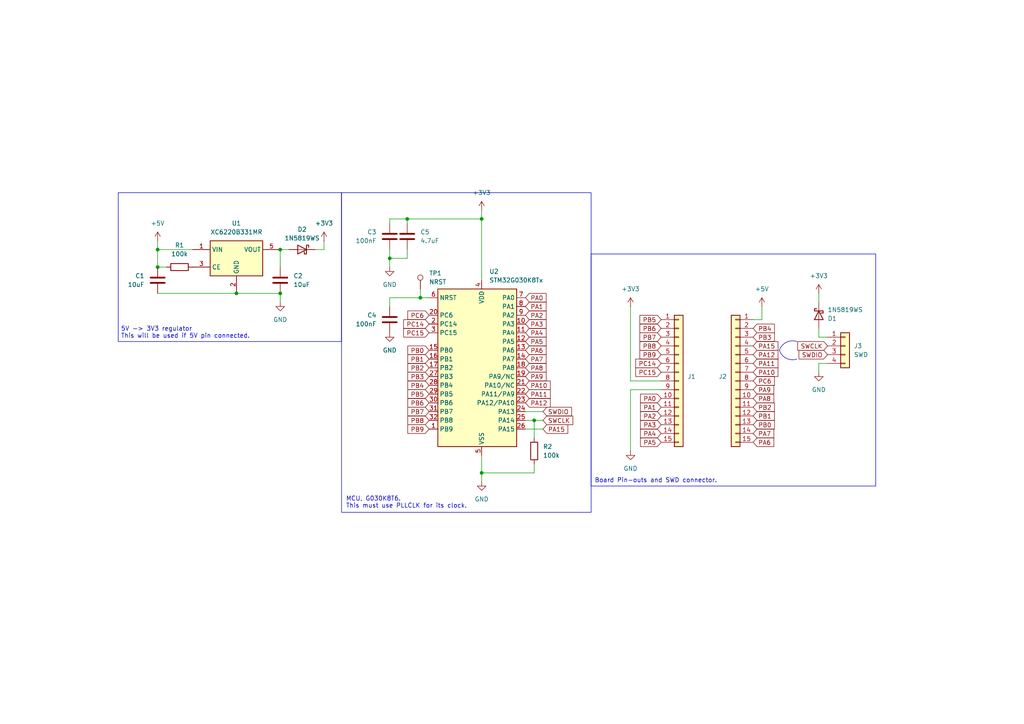
<source format=kicad_sch>
(kicad_sch (version 20231120) (generator "eeschema") (generator_version "8.0")
  (paper "A4")
  (lib_symbols
    (symbol "Connector:TestPoint" (pin_numbers hide) (pin_names (offset 0.762) hide)
      (property "Reference" "TP" (at 0 6.858 0))
      (property "Value" "TestPoint" (at 0 5.08 0))
      (symbol "TestPoint_0_1"
        (circle (center 0 3.302) (radius 0.762))
      )
      (symbol "TestPoint_1_1"
        (pin passive line (at 0 0 90) (length 2.54) (name "1") (number "1"))
      )
    )
    (symbol "Connector_Generic:Conn_01x04" (pin_names (offset 1.016) hide)
      (property "Reference" "J" (at 0 5.08 0))
      (property "Value" "Conn_01x04" (at 0 -7.62 0))
      (symbol "Conn_01x04_1_1"
        (rectangle (start -1.27 -4.953) (end 0 -5.207) (stroke (width 0.1524)))
        (rectangle (start -1.27 -2.413) (end 0 -2.667) (stroke (width 0.1524)))
        (rectangle (start -1.27 0.127) (end 0 -0.127) (stroke (width 0.1524)))
        (rectangle (start -1.27 2.667) (end 0 2.413) (stroke (width 0.1524)))
        (rectangle (start -1.27 3.81) (end 1.27 -6.35) (stroke (width 0.254)) (fill (type background)))
        (pin passive line (at -5.08 2.54 0) (length 3.81) (name "Pin_1") (number "1"))
        (pin passive line (at -5.08 0 0) (length 3.81) (name "Pin_2") (number "2"))
        (pin passive line (at -5.08 -2.54 0) (length 3.81) (name "Pin_3") (number "3"))
        (pin passive line (at -5.08 -5.08 0) (length 3.81) (name "Pin_4") (number "4"))
      )
    )
    (symbol "Connector_Generic:Conn_01x15" (pin_names (offset 1.016) hide)
      (property "Reference" "J" (at 0 20.32 0))
      (property "Value" "Conn_01x15" (at 0 -20.32 0))
      (symbol "Conn_01x15_1_1"
        (rectangle (start -1.27 -17.653) (end 0 -17.907) (stroke (width 0.1524)))
        (rectangle (start -1.27 -15.113) (end 0 -15.367) (stroke (width 0.1524)))
        (rectangle (start -1.27 -12.573) (end 0 -12.827) (stroke (width 0.1524)))
        (rectangle (start -1.27 -10.033) (end 0 -10.287) (stroke (width 0.1524)))
        (rectangle (start -1.27 -7.493) (end 0 -7.747) (stroke (width 0.1524)))
        (rectangle (start -1.27 -4.953) (end 0 -5.207) (stroke (width 0.1524)))
        (rectangle (start -1.27 -2.413) (end 0 -2.667) (stroke (width 0.1524)))
        (rectangle (start -1.27 0.127) (end 0 -0.127) (stroke (width 0.1524)))
        (rectangle (start -1.27 2.667) (end 0 2.413) (stroke (width 0.1524)))
        (rectangle (start -1.27 5.207) (end 0 4.953) (stroke (width 0.1524)))
        (rectangle (start -1.27 7.747) (end 0 7.493) (stroke (width 0.1524)))
        (rectangle (start -1.27 10.287) (end 0 10.033) (stroke (width 0.1524)))
        (rectangle (start -1.27 12.827) (end 0 12.573) (stroke (width 0.1524)))
        (rectangle (start -1.27 15.367) (end 0 15.113) (stroke (width 0.1524)))
        (rectangle (start -1.27 17.907) (end 0 17.653) (stroke (width 0.1524)))
        (rectangle (start -1.27 19.05) (end 1.27 -19.05) (stroke (width 0.254)) (fill (type background)))
        (pin passive line (at -5.08 17.78 0) (length 3.81) (name "Pin_1") (number "1"))
        (pin passive line (at -5.08 -5.08 0) (length 3.81) (name "Pin_10") (number "10"))
        (pin passive line (at -5.08 -7.62 0) (length 3.81) (name "Pin_11") (number "11"))
        (pin passive line (at -5.08 -10.16 0) (length 3.81) (name "Pin_12") (number "12"))
        (pin passive line (at -5.08 -12.7 0) (length 3.81) (name "Pin_13") (number "13"))
        (pin passive line (at -5.08 -15.24 0) (length 3.81) (name "Pin_14") (number "14"))
        (pin passive line (at -5.08 -17.78 0) (length 3.81) (name "Pin_15") (number "15"))
        (pin passive line (at -5.08 15.24 0) (length 3.81) (name "Pin_2") (number "2"))
        (pin passive line (at -5.08 12.7 0) (length 3.81) (name "Pin_3") (number "3"))
        (pin passive line (at -5.08 10.16 0) (length 3.81) (name "Pin_4") (number "4"))
        (pin passive line (at -5.08 7.62 0) (length 3.81) (name "Pin_5") (number "5"))
        (pin passive line (at -5.08 5.08 0) (length 3.81) (name "Pin_6") (number "6"))
        (pin passive line (at -5.08 2.54 0) (length 3.81) (name "Pin_7") (number "7"))
        (pin passive line (at -5.08 0 0) (length 3.81) (name "Pin_8") (number "8"))
        (pin passive line (at -5.08 -2.54 0) (length 3.81) (name "Pin_9") (number "9"))
      )
    )
    (symbol "Device:C" (pin_numbers hide) (pin_names (offset 0.254))
      (property "Reference" "C" (at 0.635 2.54 0))
      (property "Value" "C" (at 0.635 -2.54 0))
      (symbol "C_0_1"
        (polyline (pts (xy -2.032 -0.762) (xy 2.032 -0.762)) (stroke (width 0.508)))
        (polyline (pts (xy -2.032 0.762) (xy 2.032 0.762)) (stroke (width 0.508)))
      )
      (symbol "C_1_1"
        (pin passive line (at 0 3.81 270) (length 2.794) (name "~") (number "1"))
        (pin passive line (at 0 -3.81 90) (length 2.794) (name "~") (number "2"))
      )
    )
    (symbol "Device:R" (pin_numbers hide) (pin_names (offset 0))
      (property "Reference" "R" (at 2.032 0 90))
      (property "Value" "R" (at 0 0 90))
      (symbol "R_0_1"
        (rectangle (start -1.016 -2.54) (end 1.016 2.54) (stroke (width 0.254)))
      )
      (symbol "R_1_1"
        (pin passive line (at 0 3.81 270) (length 1.27) (name "~") (number "1"))
        (pin passive line (at 0 -3.81 90) (length 1.27) (name "~") (number "2"))
      )
    )
    (symbol "Diode:1N5819WS" (pin_numbers hide) (pin_names (offset 1.016) hide)
      (property "Reference" "D" (at 0 2.54 0))
      (property "Value" "1N5819WS" (at 0 -2.54 0))
      (symbol "1N5819WS_0_1"
        (polyline (pts (xy 1.27 0) (xy -1.27 0)))
        (polyline (pts (xy 1.27 1.27) (xy 1.27 -1.27) (xy -1.27 0) (xy 1.27 1.27)) (stroke (width 0.254)))
        (polyline (pts (xy -1.905 0.635) (xy -1.905 1.27) (xy -1.27 1.27) (xy -1.27 -1.27) (xy -0.635 -1.27) (xy -0.635 -0.635)) (stroke (width 0.254)))
      )
      (symbol "1N5819WS_1_1"
        (pin passive line (at -3.81 0 0) (length 2.54) (name "K") (number "1"))
        (pin passive line (at 3.81 0 180) (length 2.54) (name "A") (number "2"))
      )
    )
    (symbol "MCU_ST_STM32G0:STM32G030K8Tx"
      (property "Reference" "U" (at -10.16 24.13 0))
      (property "Value" "STM32G030K8Tx" (at 5.08 24.13 0))
      (symbol "STM32G030K8Tx_0_1"
        (rectangle (start -10.16 -22.86) (end 12.7 22.86) (stroke (width 0.254)) (fill (type background)))
      )
      (symbol "STM32G030K8Tx_1_1"
        (pin bidirectional line (at -12.7 -17.78 0) (length 2.54) (name "PB9") (number "1"))
        (pin bidirectional line (at 15.24 12.7 180) (length 2.54) (name "PA3") (number "10"))
        (pin bidirectional line (at 15.24 10.16 180) (length 2.54) (name "PA4") (number "11"))
        (pin bidirectional line (at 15.24 7.62 180) (length 2.54) (name "PA5") (number "12"))
        (pin bidirectional line (at 15.24 5.08 180) (length 2.54) (name "PA6") (number "13"))
        (pin bidirectional line (at 15.24 2.54 180) (length 2.54) (name "PA7") (number "14"))
        (pin bidirectional line (at -12.7 5.08 0) (length 2.54) (name "PB0") (number "15"))
        (pin bidirectional line (at -12.7 2.54 0) (length 2.54) (name "PB1") (number "16"))
        (pin bidirectional line (at -12.7 0 0) (length 2.54) (name "PB2") (number "17"))
        (pin bidirectional line (at 15.24 0 180) (length 2.54) (name "PA8") (number "18"))
        (pin bidirectional line (at 15.24 -2.54 180) (length 2.54) (name "PA9/NC") (number "19"))
        (pin bidirectional line (at -12.7 12.7 0) (length 2.54) (name "PC14") (number "2"))
        (pin bidirectional line (at -12.7 15.24 0) (length 2.54) (name "PC6") (number "20"))
        (pin bidirectional line (at 15.24 -5.08 180) (length 2.54) (name "PA10/NC") (number "21"))
        (pin bidirectional line (at 15.24 -7.62 180) (length 2.54) (name "PA11/PA9") (number "22"))
        (pin bidirectional line (at 15.24 -10.16 180) (length 2.54) (name "PA12/PA10") (number "23"))
        (pin bidirectional line (at 15.24 -12.7 180) (length 2.54) (name "PA13") (number "24"))
        (pin bidirectional line (at 15.24 -15.24 180) (length 2.54) (name "PA14") (number "25"))
        (pin bidirectional line (at 15.24 -17.78 180) (length 2.54) (name "PA15") (number "26"))
        (pin bidirectional line (at -12.7 -2.54 0) (length 2.54) (name "PB3") (number "27"))
        (pin bidirectional line (at -12.7 -5.08 0) (length 2.54) (name "PB4") (number "28"))
        (pin bidirectional line (at -12.7 -7.62 0) (length 2.54) (name "PB5") (number "29"))
        (pin bidirectional line (at -12.7 10.16 0) (length 2.54) (name "PC15") (number "3"))
        (pin bidirectional line (at -12.7 -10.16 0) (length 2.54) (name "PB6") (number "30"))
        (pin bidirectional line (at -12.7 -12.7 0) (length 2.54) (name "PB7") (number "31"))
        (pin bidirectional line (at -12.7 -15.24 0) (length 2.54) (name "PB8") (number "32"))
        (pin power_in line (at 2.54 25.4 270) (length 2.54) (name "VDD") (number "4"))
        (pin power_in line (at 2.54 -25.4 90) (length 2.54) (name "VSS") (number "5"))
        (pin input line (at -12.7 20.32 0) (length 2.54) (name "NRST") (number "6"))
        (pin bidirectional line (at 15.24 20.32 180) (length 2.54) (name "PA0") (number "7"))
        (pin bidirectional line (at 15.24 17.78 180) (length 2.54) (name "PA1") (number "8"))
        (pin bidirectional line (at 15.24 15.24 180) (length 2.54) (name "PA2") (number "9"))
      )
    )
    (symbol "Regulator_Linear:XC6220B331MR"
      (property "Reference" "U" (at 0 8.89 0))
      (property "Value" "XC6220B331MR" (at 0 6.35 0))
      (symbol "XC6220B331MR_0_1"
        (rectangle (start -7.62 5.08) (end 7.62 -5.08) (stroke (width 0.254)) (fill (type background)))
      )
      (symbol "XC6220B331MR_1_1"
        (pin power_in line (at -12.7 2.54 0) (length 5.08) (name "VIN") (number "1"))
        (pin power_in line (at 0 -10.16 90) (length 5.08) (name "GND") (number "2"))
        (pin input line (at -12.7 -2.54 0) (length 5.08) (name "CE") (number "3"))
        (pin no_connect line (at 7.62 -2.54 180) (length 5.08) hide (name "NC") (number "4"))
        (pin power_out line (at 12.7 2.54 180) (length 5.08) (name "VOUT") (number "5"))
      )
    )
    (symbol "power:+3V3" (power) (pin_numbers hide) (pin_names (offset 0) hide)
      (property "Value" "+3V3" (at 0 3.556 0))
      (symbol "+3V3_0_1"
        (polyline (pts (xy -0.762 1.27) (xy 0 2.54)))
        (polyline (pts (xy 0 0) (xy 0 2.54)))
        (polyline (pts (xy 0 2.54) (xy 0.762 1.27)))
      )
      (symbol "+3V3_1_1"
        (pin power_in line (at 0 0 90) (length 0) (name "~") (number "1"))
      )
    )
    (symbol "power:+5V" (power) (pin_numbers hide) (pin_names (offset 0) hide)
      (property "Value" "+5V" (at 0 3.556 0))
      (symbol "+5V_0_1"
        (polyline (pts (xy -0.762 1.27) (xy 0 2.54)))
        (polyline (pts (xy 0 0) (xy 0 2.54)))
        (polyline (pts (xy 0 2.54) (xy 0.762 1.27)))
      )
      (symbol "+5V_1_1"
        (pin power_in line (at 0 0 90) (length 0) (name "~") (number "1"))
      )
    )
    (symbol "power:GND" (power) (pin_numbers hide) (pin_names (offset 0) hide)
      (property "Value" "GND" (at 0 -3.81 0))
      (symbol "GND_0_1"
        (polyline (pts (xy 0 0) (xy 0 -1.27) (xy 1.27 -1.27) (xy 0 -2.54) (xy -1.27 -1.27) (xy 0 -1.27)))
      )
      (symbol "GND_1_1"
        (pin power_in line (at 0 0 270) (length 0) (name "~") (number "1"))
      )
    )
  )
  (junction (at 154.94 121.92))
  (junction (at 139.7 137.16))
  (junction (at 118.11 63.5))
  (junction (at 113.03 74.93))
  (junction (at 139.7 63.5))
  (junction (at 81.28 72.39))
  (junction (at 121.92 86.36))
  (junction (at 45.72 77.47))
  (junction (at 81.28 85.09))
  (junction (at 68.58 85.09))
  (junction (at 45.72 72.39))
  (wire (pts (xy 45.72 77.47) (xy 45.72 72.39)))
  (wire (pts (xy 113.03 88.9) (xy 113.03 86.36)))
  (wire (pts (xy 139.7 137.16) (xy 139.7 132.08)))
  (wire (pts (xy 113.03 86.36) (xy 121.92 86.36)))
  (wire (pts (xy 182.88 130.81) (xy 182.88 113.03)))
  (wire (pts (xy 154.94 134.62) (xy 154.94 137.16)))
  (wire (pts (xy 113.03 74.93) (xy 113.03 72.39)))
  (wire (pts (xy 237.49 107.95) (xy 237.49 105.41)))
  (wire (pts (xy 157.48 119.38) (xy 152.4 119.38)))
  (wire (pts (xy 182.88 88.9) (xy 182.88 110.49)))
  (wire (pts (xy 121.92 83.82) (xy 121.92 86.36)))
  (wire (pts (xy 113.03 63.5) (xy 118.11 63.5)))
  (wire (pts (xy 118.11 72.39) (xy 118.11 74.93)))
  (wire (pts (xy 220.98 88.9) (xy 220.98 92.71)))
  (wire (pts (xy 91.44 72.39) (xy 93.98 72.39)))
  (wire (pts (xy 237.49 97.79) (xy 240.03 97.79)))
  (wire (pts (xy 237.49 105.41) (xy 240.03 105.41)))
  (wire (pts (xy 81.28 85.09) (xy 81.28 87.63)))
  (wire (pts (xy 68.58 85.09) (xy 81.28 85.09)))
  (wire (pts (xy 81.28 72.39) (xy 81.28 77.47)))
  (wire (pts (xy 45.72 77.47) (xy 48.26 77.47)))
  (wire (pts (xy 182.88 110.49) (xy 191.77 110.49)))
  (wire (pts (xy 118.11 63.5) (xy 139.7 63.5)))
  (wire (pts (xy 139.7 139.7) (xy 139.7 137.16)))
  (wire (pts (xy 118.11 74.93) (xy 113.03 74.93)))
  (wire (pts (xy 45.72 85.09) (xy 68.58 85.09)))
  (wire (pts (xy 139.7 60.96) (xy 139.7 63.5)))
  (wire (pts (xy 154.94 121.92) (xy 152.4 121.92)))
  (wire (pts (xy 152.4 124.46) (xy 157.48 124.46)))
  (wire (pts (xy 113.03 64.77) (xy 113.03 63.5)))
  (wire (pts (xy 157.48 121.92) (xy 154.94 121.92)))
  (wire (pts (xy 83.82 72.39) (xy 81.28 72.39)))
  (wire (pts (xy 220.98 92.71) (xy 218.44 92.71)))
  (wire (pts (xy 237.49 85.09) (xy 237.49 87.63)))
  (wire (pts (xy 93.98 69.85) (xy 93.98 72.39)))
  (wire (pts (xy 118.11 63.5) (xy 118.11 64.77)))
  (wire (pts (xy 154.94 137.16) (xy 139.7 137.16)))
  (wire (pts (xy 121.92 86.36) (xy 124.46 86.36)))
  (wire (pts (xy 139.7 63.5) (xy 139.7 81.28)))
  (wire (pts (xy 113.03 77.47) (xy 113.03 74.93)))
  (wire (pts (xy 182.88 113.03) (xy 191.77 113.03)))
  (wire (pts (xy 154.94 121.92) (xy 154.94 127)))
  (wire (pts (xy 45.72 69.85) (xy 45.72 72.39)))
  (wire (pts (xy 45.72 72.39) (xy 55.88 72.39)))
  (wire (pts (xy 237.49 95.25) (xy 237.49 97.79)))
  (arc (start 226.06 101.6) (mid 228.0739 99.2779) (end 231.14 99.06))
  (arc (start 231.14 104.14) (mid 228.0739 103.9221) (end 226.06 101.6))
  (rectangle (start 171.45 73.66) (end 254 140.97))
  (rectangle (start 34.29 55.88) (end 99.06 99.06))
  (rectangle (start 99.06 55.88) (end 171.45 148.59))
  (text "5V -> 3V3 regulator\nThis will be used if 5V pin connected." (at 35.052 96.52 0) (effects (font (size 1.27 1.27)) (justify left)))
  (text "Board Pin-outs and SWD connector." (at 190.246 139.446 0) (effects (font (size 1.27 1.27))))
  (text "MCU, G030K8T6.\nThis must use PLLCLK for its clock." (at 100.33 145.796 0) (effects (font (size 1.27 1.27)) (justify left)))
  (global_label "PB5" (shape input) (at 124.46 114.3 180) (property "Intersheetrefs" "${INTERSHEET_REFS}" (effects (hide yes))))
  (global_label "PC14" (shape input) (at 124.46 93.98 180) (property "Intersheetrefs" "${INTERSHEET_REFS}" (effects (hide yes))))
  (global_label "PA7" (shape input) (at 152.4 104.14 0) (property "Intersheetrefs" "${INTERSHEET_REFS}" (effects (hide yes))))
  (global_label "PB1" (shape input) (at 124.46 104.14 180) (property "Intersheetrefs" "${INTERSHEET_REFS}" (effects (hide yes))))
  (global_label "PB2" (shape input) (at 218.44 118.11 0) (property "Intersheetrefs" "${INTERSHEET_REFS}" (effects (hide yes))))
  (global_label "PA3" (shape input) (at 191.77 123.19 180) (property "Intersheetrefs" "${INTERSHEET_REFS}" (effects (hide yes))))
  (global_label "PA1" (shape input) (at 152.4 88.9 0) (property "Intersheetrefs" "${INTERSHEET_REFS}" (effects (hide yes))))
  (global_label "PC15" (shape input) (at 124.46 96.52 180) (property "Intersheetrefs" "${INTERSHEET_REFS}" (effects (hide yes))))
  (global_label "PA9" (shape input) (at 152.4 109.22 0) (property "Intersheetrefs" "${INTERSHEET_REFS}" (effects (hide yes))))
  (global_label "PA2" (shape input) (at 152.4 91.44 0) (property "Intersheetrefs" "${INTERSHEET_REFS}" (effects (hide yes))))
  (global_label "PA12" (shape input) (at 152.4 116.84 0) (property "Intersheetrefs" "${INTERSHEET_REFS}" (effects (hide yes))))
  (global_label "PB8" (shape input) (at 191.77 100.33 180) (property "Intersheetrefs" "${INTERSHEET_REFS}" (effects (hide yes))))
  (global_label "SWDIO" (shape input) (at 240.03 102.87 180) (property "Intersheetrefs" "${INTERSHEET_REFS}" (effects (hide yes))))
  (global_label "PB4" (shape input) (at 124.46 111.76 180) (property "Intersheetrefs" "${INTERSHEET_REFS}" (effects (hide yes))))
  (global_label "PB0" (shape input) (at 124.46 101.6 180) (property "Intersheetrefs" "${INTERSHEET_REFS}" (effects (hide yes))))
  (global_label "PB7" (shape input) (at 191.77 97.79 180) (property "Intersheetrefs" "${INTERSHEET_REFS}" (effects (hide yes))))
  (global_label "PB4" (shape input) (at 218.44 95.25 0) (property "Intersheetrefs" "${INTERSHEET_REFS}" (effects (hide yes))))
  (global_label "PA12" (shape input) (at 218.44 102.87 0) (property "Intersheetrefs" "${INTERSHEET_REFS}" (effects (hide yes))))
  (global_label "PB8" (shape input) (at 124.46 121.92 180) (property "Intersheetrefs" "${INTERSHEET_REFS}" (effects (hide yes))))
  (global_label "SWCLK" (shape input) (at 240.03 100.33 180) (property "Intersheetrefs" "${INTERSHEET_REFS}" (effects (hide yes))))
  (global_label "PB1" (shape input) (at 218.44 120.65 0) (property "Intersheetrefs" "${INTERSHEET_REFS}" (effects (hide yes))))
  (global_label "PA11" (shape input) (at 152.4 114.3 0) (property "Intersheetrefs" "${INTERSHEET_REFS}" (effects (hide yes))))
  (global_label "PA6" (shape input) (at 152.4 101.6 0) (property "Intersheetrefs" "${INTERSHEET_REFS}" (effects (hide yes))))
  (global_label "PB5" (shape input) (at 191.77 92.71 180) (property "Intersheetrefs" "${INTERSHEET_REFS}" (effects (hide yes))))
  (global_label "PA11" (shape input) (at 218.44 105.41 0) (property "Intersheetrefs" "${INTERSHEET_REFS}" (effects (hide yes))))
  (global_label "PB2" (shape input) (at 124.46 106.68 180) (property "Intersheetrefs" "${INTERSHEET_REFS}" (effects (hide yes))))
  (global_label "PB9" (shape input) (at 124.46 124.46 180) (property "Intersheetrefs" "${INTERSHEET_REFS}" (effects (hide yes))))
  (global_label "SWCLK" (shape input) (at 157.48 121.92 0) (property "Intersheetrefs" "${INTERSHEET_REFS}" (effects (hide yes))))
  (global_label "PA3" (shape input) (at 152.4 93.98 0) (property "Intersheetrefs" "${INTERSHEET_REFS}" (effects (hide yes))))
  (global_label "PA9" (shape input) (at 218.44 113.03 0) (property "Intersheetrefs" "${INTERSHEET_REFS}" (effects (hide yes))))
  (global_label "PA0" (shape input) (at 191.77 115.57 180) (property "Intersheetrefs" "${INTERSHEET_REFS}" (effects (hide yes))))
  (global_label "PA0" (shape input) (at 152.4 86.36 0) (property "Intersheetrefs" "${INTERSHEET_REFS}" (effects (hide yes))))
  (global_label "PA7" (shape input) (at 218.44 125.73 0) (property "Intersheetrefs" "${INTERSHEET_REFS}" (effects (hide yes))))
  (global_label "PB0" (shape input) (at 218.44 123.19 0) (property "Intersheetrefs" "${INTERSHEET_REFS}" (effects (hide yes))))
  (global_label "PC15" (shape input) (at 191.77 107.95 180) (property "Intersheetrefs" "${INTERSHEET_REFS}" (effects (hide yes))))
  (global_label "PA4" (shape input) (at 152.4 96.52 0) (property "Intersheetrefs" "${INTERSHEET_REFS}" (effects (hide yes))))
  (global_label "PA8" (shape input) (at 152.4 106.68 0) (property "Intersheetrefs" "${INTERSHEET_REFS}" (effects (hide yes))))
  (global_label "PB3" (shape input) (at 124.46 109.22 180) (property "Intersheetrefs" "${INTERSHEET_REFS}" (effects (hide yes))))
  (global_label "PA6" (shape input) (at 218.44 128.27 0) (property "Intersheetrefs" "${INTERSHEET_REFS}" (effects (hide yes))))
  (global_label "PB6" (shape input) (at 124.46 116.84 180) (property "Intersheetrefs" "${INTERSHEET_REFS}" (effects (hide yes))))
  (global_label "SWDIO" (shape input) (at 157.48 119.38 0) (property "Intersheetrefs" "${INTERSHEET_REFS}" (effects (hide yes))))
  (global_label "PA5" (shape input) (at 191.77 128.27 180) (property "Intersheetrefs" "${INTERSHEET_REFS}" (effects (hide yes))))
  (global_label "PA2" (shape input) (at 191.77 120.65 180) (property "Intersheetrefs" "${INTERSHEET_REFS}" (effects (hide yes))))
  (global_label "PC14" (shape input) (at 191.77 105.41 180) (property "Intersheetrefs" "${INTERSHEET_REFS}" (effects (hide yes))))
  (global_label "PB3" (shape input) (at 218.44 97.79 0) (property "Intersheetrefs" "${INTERSHEET_REFS}" (effects (hide yes))))
  (global_label "PA1" (shape input) (at 191.77 118.11 180) (property "Intersheetrefs" "${INTERSHEET_REFS}" (effects (hide yes))))
  (global_label "PC6" (shape input) (at 124.46 91.44 180) (property "Intersheetrefs" "${INTERSHEET_REFS}" (effects (hide yes))))
  (global_label "PB9" (shape input) (at 191.77 102.87 180) (property "Intersheetrefs" "${INTERSHEET_REFS}" (effects (hide yes))))
  (global_label "PA5" (shape input) (at 152.4 99.06 0) (property "Intersheetrefs" "${INTERSHEET_REFS}" (effects (hide yes))))
  (global_label "PB6" (shape input) (at 191.77 95.25 180) (property "Intersheetrefs" "${INTERSHEET_REFS}" (effects (hide yes))))
  (global_label "PA4" (shape input) (at 191.77 125.73 180) (property "Intersheetrefs" "${INTERSHEET_REFS}" (effects (hide yes))))
  (global_label "PA8" (shape input) (at 218.44 115.57 0) (property "Intersheetrefs" "${INTERSHEET_REFS}" (effects (hide yes))))
  (global_label "PA15" (shape input) (at 218.44 100.33 0) (property "Intersheetrefs" "${INTERSHEET_REFS}" (effects (hide yes))))
  (global_label "PA15" (shape input) (at 157.48 124.46 0) (property "Intersheetrefs" "${INTERSHEET_REFS}" (effects (hide yes))))
  (global_label "PB7" (shape input) (at 124.46 119.38 180) (property "Intersheetrefs" "${INTERSHEET_REFS}" (effects (hide yes))))
  (global_label "PC6" (shape input) (at 218.44 110.49 0) (property "Intersheetrefs" "${INTERSHEET_REFS}" (effects (hide yes))))
  (global_label "PA10" (shape input) (at 152.4 111.76 0) (property "Intersheetrefs" "${INTERSHEET_REFS}" (effects (hide yes))))
  (global_label "PA10" (shape input) (at 218.44 107.95 0) (property "Intersheetrefs" "${INTERSHEET_REFS}" (effects (hide yes))))
  (symbol (lib_id "MCU_ST_STM32G0:STM32G030K8Tx") (at 137.16 106.68 0) (unit 1)
    (property "Reference" "U2" (at 141.8941 78.74 0) (effects (justify left)))
    (property "Value" "STM32G030K8Tx" (at 141.8941 81.28 0) (effects (justify left)))
    (property "Footprint" "Package_QFP:LQFP-32_7x7mm_P0.8mm" (effects (hide yes)))
    (property "Datasheet" "https://www.st.com/resource/en/datasheet/stm32g030k8.pdf" (effects (hide yes)))
    (property "Description" "STMicroelectronics Arm Cortex-M0+ MCU, 64KB flash, 8KB RAM, 64 MHz, 2.0-3.6V, 29 GPIO, LQFP32" (effects (hide yes)))
  )
  (symbol (lib_id "Device:C") (at 113.03 92.71 0) (mirror y) (unit 1)
    (property "Reference" "C4" (at 109.22 91.4399 0) (effects (justify left)))
    (property "Value" "100nF" (at 109.22 93.9799 0) (effects (justify left)))
    (property "Footprint" "Capacitor_SMD:C_0603_1608Metric" (effects (hide yes)))
    (property "Description" "Unpolarized capacitor" (effects (hide yes)))
  )
  (symbol (lib_id "power:+3V3") (at 182.88 88.9 0) (unit 1)
    (property "Reference" "#PWR08" (effects (hide yes)))
    (property "Value" "+3V3" (at 182.88 83.82 0))
    (property "Description" "Power symbol creates a global label with name \"+3V3\"" (effects (hide yes)))
  )
  (symbol (lib_id "Diode:1N5819WS") (at 237.49 91.44 90) (mirror x) (unit 1)
    (property "Reference" "D1" (at 240.03 92.3926 90) (effects (justify right)))
    (property "Value" "1N5819WS" (at 240.03 89.8526 90) (effects (justify right)))
    (property "Footprint" "Diode_SMD:D_SOD-323_HandSoldering" (effects (hide yes)))
    (property "Datasheet" "https://datasheet.lcsc.com/lcsc/2204281430_Guangdong-Hottech-1N5819WS_C191023.pdf" (effects (hide yes)))
    (property "Description" "40V 600mV@1A 1A SOD-323 Schottky Barrier Diodes, SOD-323" (effects (hide yes)))
  )
  (symbol (lib_id "Device:C") (at 45.72 81.28 0) (mirror y) (unit 1)
    (property "Reference" "C1" (at 41.91 80.0099 0) (effects (justify left)))
    (property "Value" "10uF" (at 41.91 82.5499 0) (effects (justify left)))
    (property "Footprint" "Capacitor_SMD:C_0603_1608Metric" (effects (hide yes)))
    (property "Description" "Unpolarized capacitor" (effects (hide yes)))
  )
  (symbol (lib_id "Device:R") (at 52.07 77.47 90) (unit 1)
    (property "Reference" "R1" (at 52.07 71.12 90))
    (property "Value" "100k" (at 52.07 73.66 90))
    (property "Footprint" "Resistor_SMD:R_0603_1608Metric" (effects (hide yes)))
    (property "Description" "Resistor" (effects (hide yes)))
  )
  (symbol (lib_id "power:+5V") (at 220.98 88.9 0) (unit 1)
    (property "Reference" "#PWR010" (effects (hide yes)))
    (property "Value" "+5V" (at 220.98 83.82 0))
    (property "Description" "Power symbol creates a global label with name \"+5V\"" (effects (hide yes)))
  )
  (symbol (lib_id "power:+3V3") (at 139.7 60.96 0) (unit 1)
    (property "Reference" "#PWR06" (effects (hide yes)))
    (property "Value" "+3V3" (at 139.7 55.88 0))
    (property "Description" "Power symbol creates a global label with name \"+3V3\"" (effects (hide yes)))
  )
  (symbol (lib_id "Connector_Generic:Conn_01x15") (at 196.85 110.49 0) (unit 1)
    (property "Reference" "J1" (at 199.39 109.2199 0) (effects (justify left)))
    (property "Value" "Conn_01x15" (effects (hide yes)))
    (property "Footprint" "Connector_PinHeader_2.54mm:PinHeader_1x15_P2.54mm_Vertical" (effects (hide yes)))
    (property "Description" "Generic connector, single row, 01x15, script generated (kicad-library-utils/schlib/autogen/connector/)" (effects (hide yes)))
  )
  (symbol (lib_id "Diode:1N5819WS") (at 87.63 72.39 0) (mirror y) (unit 1)
    (property "Reference" "D2" (at 87.63 66.548 0))
    (property "Value" "1N5819WS" (at 87.63 69.088 0))
    (property "Footprint" "Diode_SMD:D_SOD-323_HandSoldering" (effects (hide yes)))
    (property "Datasheet" "https://datasheet.lcsc.com/lcsc/2204281430_Guangdong-Hottech-1N5819WS_C191023.pdf" (effects (hide yes)))
    (property "Description" "40V 600mV@1A 1A SOD-323 Schottky Barrier Diodes, SOD-323" (effects (hide yes)))
  )
  (symbol (lib_id "power:+3V3") (at 237.49 85.09 0) (unit 1)
    (property "Reference" "#PWR011" (effects (hide yes)))
    (property "Value" "+3V3" (at 237.49 80.01 0))
    (property "Description" "Power symbol creates a global label with name \"+3V3\"" (effects (hide yes)))
  )
  (symbol (lib_id "Device:C") (at 81.28 81.28 0) (unit 1)
    (property "Reference" "C2" (at 85.09 80.0099 0) (effects (justify left)))
    (property "Value" "10uF" (at 85.09 82.5499 0) (effects (justify left)))
    (property "Footprint" "Capacitor_SMD:C_0603_1608Metric" (effects (hide yes)))
    (property "Description" "Unpolarized capacitor" (effects (hide yes)))
  )
  (symbol (lib_id "power:+3V3") (at 93.98 69.85 0) (unit 1)
    (property "Reference" "#PWR02" (effects (hide yes)))
    (property "Value" "+3V3" (at 93.98 64.77 0))
    (property "Description" "Power symbol creates a global label with name \"+3V3\"" (effects (hide yes)))
  )
  (symbol (lib_id "power:GND") (at 182.88 130.81 0) (unit 1)
    (property "Reference" "#PWR09" (effects (hide yes)))
    (property "Value" "GND" (at 182.88 135.89 0))
    (property "Description" "Power symbol creates a global label with name \"GND\" , ground" (effects (hide yes)))
  )
  (symbol (lib_id "power:GND") (at 81.28 87.63 0) (unit 1)
    (property "Reference" "#PWR03" (effects (hide yes)))
    (property "Value" "GND" (at 81.28 92.71 0))
    (property "Description" "Power symbol creates a global label with name \"GND\" , ground" (effects (hide yes)))
  )
  (symbol (lib_id "Device:C") (at 113.03 68.58 0) (mirror y) (unit 1)
    (property "Reference" "C3" (at 109.22 67.3099 0) (effects (justify left)))
    (property "Value" "100nF" (at 109.22 69.8499 0) (effects (justify left)))
    (property "Footprint" "Capacitor_SMD:C_0603_1608Metric" (effects (hide yes)))
    (property "Description" "Unpolarized capacitor" (effects (hide yes)))
  )
  (symbol (lib_id "Connector_Generic:Conn_01x15") (at 213.36 110.49 0) (mirror y) (unit 1)
    (property "Reference" "J2" (at 210.82 109.2199 0) (effects (justify left)))
    (property "Value" "Conn_01x15" (effects (hide yes)))
    (property "Footprint" "Connector_PinHeader_2.54mm:PinHeader_1x15_P2.54mm_Vertical" (effects (hide yes)))
    (property "Description" "Generic connector, single row, 01x15, script generated (kicad-library-utils/schlib/autogen/connector/)" (effects (hide yes)))
  )
  (symbol (lib_id "power:+5V") (at 45.72 69.85 0) (unit 1)
    (property "Reference" "#PWR01" (effects (hide yes)))
    (property "Value" "+5V" (at 45.72 64.77 0))
    (property "Description" "Power symbol creates a global label with name \"+5V\"" (effects (hide yes)))
  )
  (symbol (lib_id "power:GND") (at 237.49 107.95 0) (unit 1)
    (property "Reference" "#PWR012" (effects (hide yes)))
    (property "Value" "GND" (at 237.49 113.03 0))
    (property "Description" "Power symbol creates a global label with name \"GND\" , ground" (effects (hide yes)))
  )
  (symbol (lib_id "power:GND") (at 113.03 77.47 0) (unit 1)
    (property "Reference" "#PWR04" (effects (hide yes)))
    (property "Value" "GND" (at 113.03 82.55 0))
    (property "Description" "Power symbol creates a global label with name \"GND\" , ground" (effects (hide yes)))
  )
  (symbol (lib_id "Connector:TestPoint") (at 121.92 83.82 0) (unit 1)
    (property "Reference" "TP1" (at 124.46 79.2479 0) (effects (justify left)))
    (property "Value" "NRST" (at 124.46 81.7879 0) (effects (justify left)))
    (property "Footprint" "TestPoint:TestPoint_Pad_D1.0mm" (effects (hide yes)))
    (property "Description" "test point" (effects (hide yes)))
  )
  (symbol (lib_id "Regulator_Linear:XC6220B331MR") (at 68.58 74.93 0) (unit 1)
    (property "Reference" "U1" (at 68.58 64.77 0))
    (property "Value" "XC6220B331MR" (at 68.58 67.31 0))
    (property "Footprint" "Package_TO_SOT_SMD:SOT-23-5" (effects (hide yes)))
    (property "Datasheet" "https://www.torexsemi.com/file/xc6220/XC6220.pdf" (effects (hide yes)))
    (property "Description" "1A, Low Drop-out Voltage Regulator, Fixed Output 3.3V, SOT-23-5" (effects (hide yes)))
  )
  (symbol (lib_id "Device:C") (at 118.11 68.58 0) (unit 1)
    (property "Reference" "C5" (at 121.92 67.3099 0) (effects (justify left)))
    (property "Value" "4.7uF" (at 121.92 69.8499 0) (effects (justify left)))
    (property "Footprint" "Capacitor_SMD:C_0603_1608Metric" (effects (hide yes)))
    (property "Description" "Unpolarized capacitor" (effects (hide yes)))
  )
  (symbol (lib_id "power:GND") (at 139.7 139.7 0) (unit 1)
    (property "Reference" "#PWR07" (effects (hide yes)))
    (property "Value" "GND" (at 139.7 144.78 0))
    (property "Description" "Power symbol creates a global label with name \"GND\" , ground" (effects (hide yes)))
  )
  (symbol (lib_id "Connector_Generic:Conn_01x04") (at 245.11 100.33 0) (unit 1)
    (property "Reference" "J3" (at 247.65 100.3299 0) (effects (justify left)))
    (property "Value" "SWD" (at 247.65 102.8699 0) (effects (justify left)))
    (property "Footprint" "Connector_PinHeader_2.54mm:PinHeader_1x04_P2.54mm_Horizontal" (effects (hide yes)))
    (property "Description" "Generic connector, single row, 01x04, script generated (kicad-library-utils/schlib/autogen/connector/)" (effects (hide yes)))
  )
  (symbol (lib_id "power:GND") (at 113.03 96.52 0) (unit 1)
    (property "Reference" "#PWR05" (effects (hide yes)))
    (property "Value" "GND" (at 113.03 101.6 0))
    (property "Description" "Power symbol creates a global label with name \"GND\" , ground" (effects (hide yes)))
  )
  (symbol (lib_id "Device:R") (at 154.94 130.81 0) (unit 1)
    (property "Reference" "R2" (at 157.48 129.5399 0) (effects (justify left)))
    (property "Value" "100k" (at 157.48 132.0799 0) (effects (justify left)))
    (property "Footprint" "Resistor_SMD:R_0603_1608Metric" (effects (hide yes)))
    (property "Description" "Resistor" (effects (hide yes)))
  )
)
</source>
